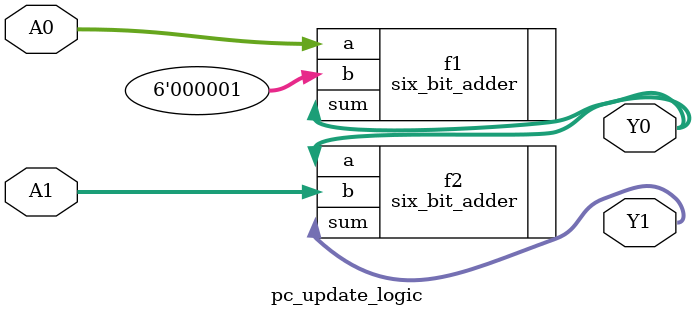
<source format=v>
module pc_update_logic(
    input wire [5:0] A0, A1,
    output wire [5:0] Y0, Y1
);
    
    six_bit_adder f1 (.a(A0), .b(6'b000001), .sum(Y0));
    six_bit_adder f2 (.a(Y0), .b(A1), .sum(Y1));
endmodule
</source>
